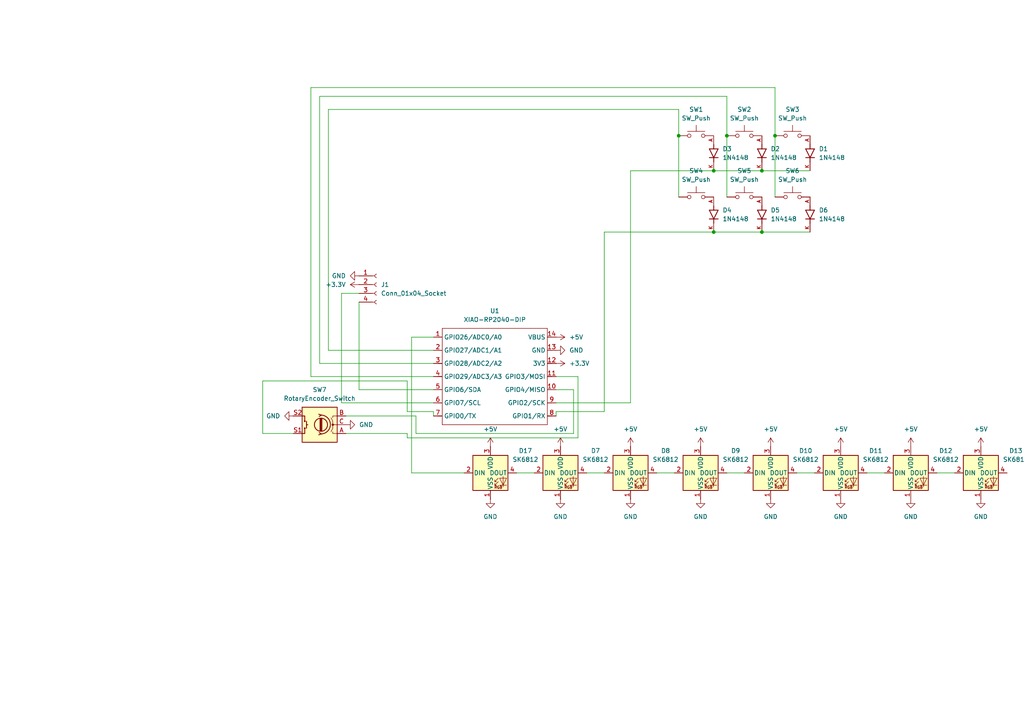
<source format=kicad_sch>
(kicad_sch (version 20250114) (generator "eeschema") (generator_version "9.0")
  (paper "A4")
  (lib_symbols
    (symbol "1N4148:1N4148" (pin_names (offset 1.016))
      (property "Reference" "D" (at -5.08 2.54 0))
      (property "Value" "1N4148" (at -5.08 -3.81 0))
      (symbol "1N4148_0_0"
        (polyline (pts (xy -2.54 0) (xy -1.27 0)) (stroke (width 0.254)))
        (polyline (pts (xy -1.27 1.27) (xy -1.27 0)) (stroke (width 0.254)))
        (polyline (pts (xy -1.27 0) (xy -1.27 -1.27)) (stroke (width 0.254)))
        (polyline (pts (xy -1.27 -1.27) (xy 1.27 0)) (stroke (width 0.254)))
        (polyline (pts (xy 1.27 1.27) (xy 1.27 0)) (stroke (width 0.254)))
        (polyline (pts (xy 1.27 0) (xy -1.27 1.27)) (stroke (width 0.254)))
        (polyline (pts (xy 1.27 0) (xy 1.27 -1.27)) (stroke (width 0.254)))
        (polyline (pts (xy 1.27 0) (xy 2.54 0)) (stroke (width 0.254)))
        (pin passive line (at -5.08 0 0) (length 2.54) (name "~") (number "A"))
        (pin passive line (at 5.08 0 180) (length 2.54) (name "~") (number "K"))
      )
    )
    (symbol "Connector:Conn_01x04_Socket" (pin_names (offset 1.016) (hide yes))
      (property "Reference" "J" (at 0 5.08 0))
      (property "Value" "Conn_01x04_Socket" (at 0 -7.62 0))
      (symbol "Conn_01x04_Socket_1_1"
        (polyline (pts (xy -1.27 2.54) (xy -0.508 2.54)) (stroke (width 0.1524)))
        (polyline (pts (xy -1.27 0) (xy -0.508 0)) (stroke (width 0.1524)))
        (polyline (pts (xy -1.27 -2.54) (xy -0.508 -2.54)) (stroke (width 0.1524)))
        (polyline (pts (xy -1.27 -5.08) (xy -0.508 -5.08)) (stroke (width 0.1524)))
        (arc (start 0 2.032) (mid -0.5058 2.54) (end 0 3.048) (stroke (width 0.1524)))
        (arc (start 0 -0.508) (mid -0.5058 0) (end 0 0.508) (stroke (width 0.1524)))
        (arc (start 0 -3.048) (mid -0.5058 -2.54) (end 0 -2.032) (stroke (width 0.1524)))
        (arc (start 0 -5.588) (mid -0.5058 -5.08) (end 0 -4.572) (stroke (width 0.1524)))
        (pin passive line (at -5.08 2.54 0) (length 3.81) (name "Pin_1") (number "1"))
        (pin passive line (at -5.08 0 0) (length 3.81) (name "Pin_2") (number "2"))
        (pin passive line (at -5.08 -2.54 0) (length 3.81) (name "Pin_3") (number "3"))
        (pin passive line (at -5.08 -5.08 0) (length 3.81) (name "Pin_4") (number "4"))
      )
    )
    (symbol "Device:RotaryEncoder_Switch" (pin_names (offset 0.254) (hide yes))
      (property "Reference" "SW" (at 0 6.604 0))
      (property "Value" "RotaryEncoder_Switch" (at 0 -6.604 0))
      (symbol "RotaryEncoder_Switch_0_1"
        (rectangle (start -5.08 5.08) (end 5.08 -5.08) (stroke (width 0.254)) (fill (type background)))
        (polyline (pts (xy -5.08 2.54) (xy -3.81 2.54) (xy -3.81 2.032)))
        (polyline (pts (xy -5.08 0) (xy -3.81 0) (xy -3.81 -1.016) (xy -3.302 -2.032)))
        (polyline (pts (xy -5.08 -2.54) (xy -3.81 -2.54) (xy -3.81 -2.032)))
        (polyline (pts (xy -4.318 0) (xy -3.81 0) (xy -3.81 1.016) (xy -3.302 2.032)))
        (circle (center -3.81 0) (radius 0.254) (fill (type outline)))
        (polyline (pts (xy -0.635 -1.778) (xy -0.635 1.778)) (stroke (width 0.254)))
        (circle (center -0.381 0) (radius 1.905) (stroke (width 0.254)))
        (polyline (pts (xy -0.381 -1.778) (xy -0.381 1.778)) (stroke (width 0.254)))
        (arc (start -0.381 -2.794) (mid -3.0988 -0.0635) (end -0.381 2.667) (stroke (width 0.254)))
        (polyline (pts (xy -0.127 1.778) (xy -0.127 -1.778)) (stroke (width 0.254)))
        (polyline (pts (xy 0.254 2.921) (xy -0.508 2.667) (xy 0.127 2.286)) (stroke (width 0.254)))
        (polyline (pts (xy 0.254 -3.048) (xy -0.508 -2.794) (xy 0.127 -2.413)) (stroke (width 0.254)))
        (polyline (pts (xy 3.81 1.016) (xy 3.81 -1.016)) (stroke (width 0.254)))
        (polyline (pts (xy 3.81 0) (xy 3.429 0)) (stroke (width 0.254)))
        (circle (center 4.318 1.016) (radius 0.127) (stroke (width 0.254)))
        (circle (center 4.318 -1.016) (radius 0.127) (stroke (width 0.254)))
        (polyline (pts (xy 5.08 2.54) (xy 4.318 2.54) (xy 4.318 1.016)) (stroke (width 0.254)))
        (polyline (pts (xy 5.08 -2.54) (xy 4.318 -2.54) (xy 4.318 -1.016)) (stroke (width 0.254)))
      )
      (symbol "RotaryEncoder_Switch_1_1"
        (pin passive line (at -7.62 2.54 0) (length 2.54) (name "A") (number "A"))
        (pin passive line (at -7.62 0 0) (length 2.54) (name "C") (number "C"))
        (pin passive line (at -7.62 -2.54 0) (length 2.54) (name "B") (number "B"))
        (pin passive line (at 7.62 2.54 180) (length 2.54) (name "S1") (number "S1"))
        (pin passive line (at 7.62 -2.54 180) (length 2.54) (name "S2") (number "S2"))
      )
    )
    (symbol "LED:SK6812" (pin_names (offset 0.254))
      (property "Reference" "D" (at 5.08 5.715 0))
      (property "Value" "SK6812" (at 1.27 -5.715 0))
      (symbol "SK6812_0_0"
        (text "RGB" (at 2.286 -4.191 0) (effects (font (size 0.762 0.762))))
      )
      (symbol "SK6812_0_1"
        (polyline (pts (xy 1.27 -2.54) (xy 1.778 -2.54)))
        (polyline (pts (xy 1.27 -3.556) (xy 1.778 -3.556)))
        (polyline (pts (xy 2.286 -1.524) (xy 1.27 -2.54) (xy 1.27 -2.032)))
        (polyline (pts (xy 2.286 -2.54) (xy 1.27 -3.556) (xy 1.27 -3.048)))
        (polyline (pts (xy 3.683 -1.016) (xy 3.683 -3.556) (xy 3.683 -4.064)))
        (polyline (pts (xy 4.699 -1.524) (xy 2.667 -1.524) (xy 3.683 -3.556) (xy 4.699 -1.524)))
        (polyline (pts (xy 4.699 -3.556) (xy 2.667 -3.556)))
        (rectangle (start 5.08 5.08) (end -5.08 -5.08) (stroke (width 0.254)) (fill (type background)))
      )
      (symbol "SK6812_1_1"
        (pin input line (at -7.62 0 0) (length 2.54) (name "DIN") (number "2"))
        (pin power_in line (at 0 7.62 270) (length 2.54) (name "VDD") (number "3"))
        (pin power_in line (at 0 -7.62 90) (length 2.54) (name "VSS") (number "1"))
        (pin output line (at 7.62 0 180) (length 2.54) (name "DOUT") (number "4"))
      )
    )
    (symbol "OPL:XIAO-RP2040-DIP"
      (property "Reference" "U" (at 0 0 0))
      (property "Value" "XIAO-RP2040-DIP" (at 5.334 -1.778 0))
      (symbol "XIAO-RP2040-DIP_1_0"
        (polyline (pts (xy -1.27 -2.54) (xy 29.21 -2.54)) (stroke (width 0.1524)))
        (polyline (pts (xy -1.27 -5.08) (xy -2.54 -5.08)) (stroke (width 0.1524)))
        (polyline (pts (xy -1.27 -5.08) (xy -1.27 -2.54)) (stroke (width 0.1524)))
        (polyline (pts (xy -1.27 -8.89) (xy -2.54 -8.89)) (stroke (width 0.1524)))
        (polyline (pts (xy -1.27 -8.89) (xy -1.27 -5.08)) (stroke (width 0.1524)))
        (polyline (pts (xy -1.27 -12.7) (xy -2.54 -12.7)) (stroke (width 0.1524)))
        (polyline (pts (xy -1.27 -12.7) (xy -1.27 -8.89)) (stroke (width 0.1524)))
        (polyline (pts (xy -1.27 -16.51) (xy -2.54 -16.51)) (stroke (width 0.1524)))
        (polyline (pts (xy -1.27 -16.51) (xy -1.27 -12.7)) (stroke (width 0.1524)))
        (polyline (pts (xy -1.27 -20.32) (xy -2.54 -20.32)) (stroke (width 0.1524)))
        (polyline (pts (xy -1.27 -24.13) (xy -2.54 -24.13)) (stroke (width 0.1524)))
        (polyline (pts (xy -1.27 -27.94) (xy -2.54 -27.94)) (stroke (width 0.1524)))
        (polyline (pts (xy -1.27 -30.48) (xy -1.27 -16.51)) (stroke (width 0.1524)))
        (polyline (pts (xy 29.21 -2.54) (xy 29.21 -5.08)) (stroke (width 0.1524)))
        (polyline (pts (xy 29.21 -5.08) (xy 29.21 -8.89)) (stroke (width 0.1524)))
        (polyline (pts (xy 29.21 -8.89) (xy 29.21 -12.7)) (stroke (width 0.1524)))
        (polyline (pts (xy 29.21 -12.7) (xy 29.21 -30.48)) (stroke (width 0.1524)))
        (polyline (pts (xy 29.21 -30.48) (xy -1.27 -30.48)) (stroke (width 0.1524)))
        (polyline (pts (xy 30.48 -5.08) (xy 29.21 -5.08)) (stroke (width 0.1524)))
        (polyline (pts (xy 30.48 -8.89) (xy 29.21 -8.89)) (stroke (width 0.1524)))
        (polyline (pts (xy 30.48 -12.7) (xy 29.21 -12.7)) (stroke (width 0.1524)))
        (polyline (pts (xy 30.48 -16.51) (xy 29.21 -16.51)) (stroke (width 0.1524)))
        (polyline (pts (xy 30.48 -20.32) (xy 29.21 -20.32)) (stroke (width 0.1524)))
        (polyline (pts (xy 30.48 -24.13) (xy 29.21 -24.13)) (stroke (width 0.1524)))
        (polyline (pts (xy 30.48 -27.94) (xy 29.21 -27.94)) (stroke (width 0.1524)))
        (pin passive line (at -3.81 -5.08 0) (length 2.54) (name "GPIO26/ADC0/A0") (number "1"))
        (pin passive line (at -3.81 -8.89 0) (length 2.54) (name "GPIO27/ADC1/A1") (number "2"))
        (pin passive line (at -3.81 -12.7 0) (length 2.54) (name "GPIO28/ADC2/A2") (number "3"))
        (pin passive line (at -3.81 -16.51 0) (length 2.54) (name "GPIO29/ADC3/A3") (number "4"))
        (pin passive line (at -3.81 -20.32 0) (length 2.54) (name "GPIO6/SDA") (number "5"))
        (pin passive line (at -3.81 -24.13 0) (length 2.54) (name "GPIO7/SCL") (number "6"))
        (pin passive line (at -3.81 -27.94 0) (length 2.54) (name "GPIO0/TX") (number "7"))
        (pin passive line (at 31.75 -5.08 180) (length 2.54) (name "VBUS") (number "14"))
        (pin passive line (at 31.75 -8.89 180) (length 2.54) (name "GND") (number "13"))
        (pin passive line (at 31.75 -12.7 180) (length 2.54) (name "3V3") (number "12"))
        (pin passive line (at 31.75 -16.51 180) (length 2.54) (name "GPIO3/MOSI") (number "11"))
        (pin passive line (at 31.75 -20.32 180) (length 2.54) (name "GPIO4/MISO") (number "10"))
        (pin passive line (at 31.75 -24.13 180) (length 2.54) (name "GPIO2/SCK") (number "9"))
        (pin passive line (at 31.75 -27.94 180) (length 2.54) (name "GPIO1/RX") (number "8"))
      )
    )
    (symbol "Switch:SW_Push" (pin_numbers (hide yes)) (pin_names (offset 1.016) (hide yes))
      (property "Reference" "SW" (at 1.27 2.54 0))
      (property "Value" "SW_Push" (at 0 -1.524 0))
      (symbol "SW_Push_0_1"
        (circle (center -2.032 0) (radius 0.508))
        (polyline (pts (xy 0 1.27) (xy 0 3.048)))
        (circle (center 2.032 0) (radius 0.508))
        (polyline (pts (xy 2.54 1.27) (xy -2.54 1.27)))
        (pin passive line (at -5.08 0 0) (length 2.54) (name "1") (number "1"))
        (pin passive line (at 5.08 0 180) (length 2.54) (name "2") (number "2"))
      )
    )
    (symbol "power:+3.3V" (power) (pin_numbers (hide yes)) (pin_names (offset 0) (hide yes))
      (property "Value" "+3.3V" (at 0 3.556 0))
      (symbol "+3.3V_0_1"
        (polyline (pts (xy -0.762 1.27) (xy 0 2.54)))
        (polyline (pts (xy 0 2.54) (xy 0.762 1.27)))
        (polyline (pts (xy 0 0) (xy 0 2.54)))
      )
      (symbol "+3.3V_1_1"
        (pin power_in line (at 0 0 90) (length 0) (name "~") (number "1"))
      )
    )
    (symbol "power:+5V" (power) (pin_numbers (hide yes)) (pin_names (offset 0) (hide yes))
      (property "Value" "+5V" (at 0 3.556 0))
      (symbol "+5V_0_1"
        (polyline (pts (xy -0.762 1.27) (xy 0 2.54)))
        (polyline (pts (xy 0 2.54) (xy 0.762 1.27)))
        (polyline (pts (xy 0 0) (xy 0 2.54)))
      )
      (symbol "+5V_1_1"
        (pin power_in line (at 0 0 90) (length 0) (name "~") (number "1"))
      )
    )
    (symbol "power:GND" (power) (pin_numbers (hide yes)) (pin_names (offset 0) (hide yes))
      (property "Value" "GND" (at 0 -3.81 0))
      (symbol "GND_0_1"
        (polyline (pts (xy 0 0) (xy 0 -1.27) (xy 1.27 -1.27) (xy 0 -2.54) (xy -1.27 -1.27) (xy 0 -1.27)))
      )
      (symbol "GND_1_1"
        (pin power_in line (at 0 0 270) (length 0) (name "~") (number "1"))
      )
    )
  )
  (junction (at 210.82 39.37))
  (junction (at 196.85 39.37))
  (junction (at 207.01 49.53))
  (junction (at 207.01 67.31))
  (junction (at 224.79 39.37))
  (junction (at 220.98 49.53))
  (junction (at 220.98 67.31))
  (wire (pts (xy 92.71 105.41) (xy 125.73 105.41)))
  (wire (pts (xy 125.73 119.38) (xy 125.73 120.65)))
  (wire (pts (xy 207.01 67.31) (xy 220.98 67.31)))
  (wire (pts (xy 104.14 113.03) (xy 125.73 113.03)))
  (wire (pts (xy 118.11 119.38) (xy 125.73 119.38)))
  (wire (pts (xy 207.01 49.53) (xy 220.98 49.53)))
  (wire (pts (xy 100.33 125.73) (xy 118.11 125.73)))
  (wire (pts (xy 224.79 39.37) (xy 224.79 57.15)))
  (wire (pts (xy 167.64 127) (xy 167.64 109.22)))
  (wire (pts (xy 120.65 125.73) (xy 166.37 125.73)))
  (wire (pts (xy 210.82 39.37) (xy 210.82 57.15)))
  (wire (pts (xy 170.18 137.16) (xy 175.26 137.16)))
  (wire (pts (xy 220.98 49.53) (xy 234.95 49.53)))
  (wire (pts (xy 166.37 125.73) (xy 166.37 113.03)))
  (wire (pts (xy 76.2 110.49) (xy 118.11 110.49)))
  (wire (pts (xy 99.06 85.09) (xy 99.06 116.84)))
  (wire (pts (xy 118.11 125.73) (xy 118.11 127)))
  (wire (pts (xy 90.17 25.4) (xy 90.17 109.22)))
  (wire (pts (xy 175.26 119.38) (xy 161.29 119.38)))
  (wire (pts (xy 119.38 137.16) (xy 119.38 97.79)))
  (wire (pts (xy 166.37 113.03) (xy 161.29 113.03)))
  (wire (pts (xy 76.2 125.73) (xy 76.2 110.49)))
  (wire (pts (xy 224.79 25.4) (xy 224.79 39.37)))
  (wire (pts (xy 95.25 101.6) (xy 125.73 101.6)))
  (wire (pts (xy 90.17 109.22) (xy 125.73 109.22)))
  (wire (pts (xy 196.85 39.37) (xy 196.85 31.75)))
  (wire (pts (xy 119.38 97.79) (xy 125.73 97.79)))
  (wire (pts (xy 271.78 137.16) (xy 276.86 137.16)))
  (wire (pts (xy 92.71 27.94) (xy 92.71 105.41)))
  (wire (pts (xy 182.88 49.53) (xy 207.01 49.53)))
  (wire (pts (xy 182.88 116.84) (xy 161.29 116.84)))
  (wire (pts (xy 149.86 137.16) (xy 154.94 137.16)))
  (wire (pts (xy 95.25 31.75) (xy 95.25 101.6)))
  (wire (pts (xy 182.88 49.53) (xy 182.88 116.84)))
  (wire (pts (xy 118.11 127) (xy 167.64 127)))
  (wire (pts (xy 134.62 137.16) (xy 119.38 137.16)))
  (wire (pts (xy 118.11 110.49) (xy 118.11 119.38)))
  (wire (pts (xy 100.33 120.65) (xy 120.65 120.65)))
  (wire (pts (xy 220.98 67.31) (xy 234.95 67.31)))
  (wire (pts (xy 175.26 67.31) (xy 175.26 119.38)))
  (wire (pts (xy 120.65 120.65) (xy 120.65 125.73)))
  (wire (pts (xy 104.14 87.63) (xy 104.14 113.03)))
  (wire (pts (xy 210.82 27.94) (xy 92.71 27.94)))
  (wire (pts (xy 190.5 137.16) (xy 195.58 137.16)))
  (wire (pts (xy 161.29 119.38) (xy 161.29 120.65)))
  (wire (pts (xy 231.14 137.16) (xy 236.22 137.16)))
  (wire (pts (xy 196.85 31.75) (xy 95.25 31.75)))
  (wire (pts (xy 196.85 39.37) (xy 196.85 57.15)))
  (wire (pts (xy 99.06 116.84) (xy 125.73 116.84)))
  (wire (pts (xy 210.82 137.16) (xy 215.9 137.16)))
  (wire (pts (xy 251.46 137.16) (xy 256.54 137.16)))
  (wire (pts (xy 104.14 85.09) (xy 99.06 85.09)))
  (wire (pts (xy 85.09 125.73) (xy 76.2 125.73)))
  (wire (pts (xy 175.26 67.31) (xy 207.01 67.31)))
  (wire (pts (xy 167.64 109.22) (xy 161.29 109.22)))
  (wire (pts (xy 210.82 39.37) (xy 210.82 27.94)))
  (wire (pts (xy 224.79 25.4) (xy 90.17 25.4)))
  (symbol (lib_id "Device:RotaryEncoder_Switch") (at 92.71 123.19 180) (unit 1)
    (property "Reference" "SW7" (at 92.71 113.03 0))
    (property "Value" "RotaryEncoder_Switch" (at 92.71 115.57 0))
    (property "Footprint" "Rotary Encoder:RotaryEncoder_Alps_EC11E-Switch_Vertical_H20mm_CircularMountingHoles" (effects (hide yes)))
    (property "Description" "Rotary encoder, dual channel, incremental quadrate outputs, with switch" (effects (hide yes)))
  )
  (symbol (lib_id "LED:SK6812") (at 264.16 137.16 0) (unit 1)
    (property "Reference" "D12" (at 274.32 130.7398 0))
    (property "Value" "SK6812" (at 274.32 133.2798 0))
    (property "Footprint" "LED_SMD:LED_SK6812_PLCC4_5.0x5.0mm_P3.2mm" (effects (hide yes)))
    (property "Datasheet" "https://cdn-shop.adafruit.com/product-files/1138/SK6812+LED+datasheet+.pdf" (effects (hide yes)))
    (property "Description" "RGB LED with integrated controller" (effects (hide yes)))
  )
  (symbol (lib_id "LED:SK6812") (at 142.24 137.16 0) (unit 1)
    (property "Reference" "D17" (at 152.4 130.7398 0))
    (property "Value" "SK6812" (at 152.4 133.2798 0))
    (property "Footprint" "LED_SMD:LED_SK6812_PLCC4_5.0x5.0mm_P3.2mm" (effects (hide yes)))
    (property "Datasheet" "https://cdn-shop.adafruit.com/product-files/1138/SK6812+LED+datasheet+.pdf" (effects (hide yes)))
    (property "Description" "RGB LED with integrated controller" (effects (hide yes)))
  )
  (symbol (lib_id "power:GND") (at 264.16 144.78 0) (unit 1)
    (property "Reference" "#PWR021" (effects (hide yes)))
    (property "Value" "GND" (at 264.16 149.86 0))
    (property "Description" "Power symbol creates a global label with name \"GND\" , ground" (effects (hide yes)))
  )
  (symbol (lib_id "1N4148:1N4148") (at 207.01 44.45 270) (unit 1)
    (property "Reference" "D3" (at 209.55 43.1799 90) (effects (justify left)))
    (property "Value" "1N4148" (at 209.55 45.7199 90) (effects (justify left)))
    (property "Footprint" "1N4148:DIOAD753W49L380D172B" (effects (hide yes)))
    (property "DigiKey_Part_Number" "1N4148FS-ND" (effects (hide yes)))
    (property "SnapEDA_Link" "https://www.snapeda.com/parts/1N4148/Onsemi/view-part/?ref=snap" (effects (hide yes)))
    (property "MAXIMUM_PACKAGE_HEIGHT" "1.91mm" (effects (hide yes)))
    (property "Package" "AXIAL LEAD-2 ON Semiconductor" (effects (hide yes)))
    (property "Check_prices" "https://www.snapeda.com/parts/1N4148/Onsemi/view-part/?ref=eda" (effects (hide yes)))
    (property "STANDARD" "IPC-7351B" (effects (hide yes)))
    (property "PARTREV" "5" (effects (hide yes)))
    (property "MF" "onsemi" (effects (hide yes)))
    (property "MP" "1N4148" (effects (hide yes)))
    (property "Description_1" "Diode Standard 75V 200mA Surface Mount SOD-523F" (effects (hide yes)))
    (property "MANUFACTURER" "Onsemi" (effects (hide yes)))
  )
  (symbol (lib_id "Switch:SW_Push") (at 201.93 39.37 0) (unit 1)
    (property "Reference" "SW1" (at 201.93 31.75 0))
    (property "Value" "SW_Push" (at 201.93 34.29 0))
    (property "Footprint" "Button_Switch_Keyboard:SW_Cherry_MX_1.00u_PCB" (effects (hide yes)))
    (property "Description" "Push button switch, generic, two pins" (effects (hide yes)))
  )
  (symbol (lib_id "power:GND") (at 142.24 144.78 0) (unit 1)
    (property "Reference" "#PWR03" (effects (hide yes)))
    (property "Value" "GND" (at 142.24 149.86 0))
    (property "Description" "Power symbol creates a global label with name \"GND\" , ground" (effects (hide yes)))
  )
  (symbol (lib_id "power:+5V") (at 203.2 129.54 0) (unit 1)
    (property "Reference" "#PWR012" (effects (hide yes)))
    (property "Value" "+5V" (at 203.2 124.46 0))
    (property "Description" "Power symbol creates a global label with name \"+5V\"" (effects (hide yes)))
  )
  (symbol (lib_id "power:+5V") (at 182.88 129.54 0) (unit 1)
    (property "Reference" "#PWR09" (effects (hide yes)))
    (property "Value" "+5V" (at 182.88 124.46 0))
    (property "Description" "Power symbol creates a global label with name \"+5V\"" (effects (hide yes)))
  )
  (symbol (lib_id "LED:SK6812") (at 203.2 137.16 0) (unit 1)
    (property "Reference" "D9" (at 213.36 130.7398 0))
    (property "Value" "SK6812" (at 213.36 133.2798 0))
    (property "Footprint" "LED_SMD:LED_SK6812_PLCC4_5.0x5.0mm_P3.2mm" (effects (hide yes)))
    (property "Datasheet" "https://cdn-shop.adafruit.com/product-files/1138/SK6812+LED+datasheet+.pdf" (effects (hide yes)))
    (property "Description" "RGB LED with integrated controller" (effects (hide yes)))
  )
  (symbol (lib_id "Switch:SW_Push") (at 229.87 57.15 0) (unit 1)
    (property "Reference" "SW6" (at 229.87 49.53 0))
    (property "Value" "SW_Push" (at 229.87 52.07 0))
    (property "Footprint" "Button_Switch_Keyboard:SW_Cherry_MX_1.00u_PCB" (effects (hide yes)))
    (property "Description" "Push button switch, generic, two pins" (effects (hide yes)))
  )
  (symbol (lib_id "power:GND") (at 100.33 123.19 90) (unit 1)
    (property "Reference" "#PWR07" (effects (hide yes)))
    (property "Value" "GND" (at 104.14 123.1899 90) (effects (justify right)))
    (property "Description" "Power symbol creates a global label with name \"GND\" , ground" (effects (hide yes)))
  )
  (symbol (lib_id "Switch:SW_Push") (at 201.93 57.15 0) (unit 1)
    (property "Reference" "SW4" (at 201.93 49.53 0))
    (property "Value" "SW_Push" (at 201.93 52.07 0))
    (property "Footprint" "Button_Switch_Keyboard:SW_Cherry_MX_1.00u_PCB" (effects (hide yes)))
    (property "Description" "Push button switch, generic, two pins" (effects (hide yes)))
  )
  (symbol (lib_id "Switch:SW_Push") (at 215.9 39.37 0) (unit 1)
    (property "Reference" "SW2" (at 215.9 31.75 0))
    (property "Value" "SW_Push" (at 215.9 34.29 0))
    (property "Footprint" "Button_Switch_Keyboard:SW_Cherry_MX_1.00u_PCB" (effects (hide yes)))
    (property "Description" "Push button switch, generic, two pins" (effects (hide yes)))
  )
  (symbol (lib_id "power:+5V") (at 264.16 129.54 0) (unit 1)
    (property "Reference" "#PWR020" (effects (hide yes)))
    (property "Value" "+5V" (at 264.16 124.46 0))
    (property "Description" "Power symbol creates a global label with name \"+5V\"" (effects (hide yes)))
  )
  (symbol (lib_id "1N4148:1N4148") (at 234.95 44.45 270) (unit 1)
    (property "Reference" "D1" (at 237.49 43.1799 90) (effects (justify left)))
    (property "Value" "1N4148" (at 237.49 45.7199 90) (effects (justify left)))
    (property "Footprint" "1N4148:DIOAD753W49L380D172B" (effects (hide yes)))
    (property "DigiKey_Part_Number" "1N4148FS-ND" (effects (hide yes)))
    (property "SnapEDA_Link" "https://www.snapeda.com/parts/1N4148/Onsemi/view-part/?ref=snap" (effects (hide yes)))
    (property "MAXIMUM_PACKAGE_HEIGHT" "1.91mm" (effects (hide yes)))
    (property "Package" "AXIAL LEAD-2 ON Semiconductor" (effects (hide yes)))
    (property "Check_prices" "https://www.snapeda.com/parts/1N4148/Onsemi/view-part/?ref=eda" (effects (hide yes)))
    (property "STANDARD" "IPC-7351B" (effects (hide yes)))
    (property "PARTREV" "5" (effects (hide yes)))
    (property "MF" "onsemi" (effects (hide yes)))
    (property "MP" "1N4148" (effects (hide yes)))
    (property "Description_1" "Diode Standard 75V 200mA Surface Mount SOD-523F" (effects (hide yes)))
    (property "MANUFACTURER" "Onsemi" (effects (hide yes)))
  )
  (symbol (lib_id "power:+5V") (at 243.84 129.54 0) (unit 1)
    (property "Reference" "#PWR016" (effects (hide yes)))
    (property "Value" "+5V" (at 243.84 124.46 0))
    (property "Description" "Power symbol creates a global label with name \"+5V\"" (effects (hide yes)))
  )
  (symbol (lib_id "power:+5V") (at 162.56 129.54 0) (unit 1)
    (property "Reference" "#PWR05" (effects (hide yes)))
    (property "Value" "+5V" (at 162.56 124.46 0))
    (property "Description" "Power symbol creates a global label with name \"+5V\"" (effects (hide yes)))
  )
  (symbol (lib_id "power:GND") (at 203.2 144.78 0) (unit 1)
    (property "Reference" "#PWR013" (effects (hide yes)))
    (property "Value" "GND" (at 203.2 149.86 0))
    (property "Description" "Power symbol creates a global label with name \"GND\" , ground" (effects (hide yes)))
  )
  (symbol (lib_id "LED:SK6812") (at 182.88 137.16 0) (unit 1)
    (property "Reference" "D8" (at 193.04 130.7398 0))
    (property "Value" "SK6812" (at 193.04 133.2798 0))
    (property "Footprint" "LED_SMD:LED_SK6812_PLCC4_5.0x5.0mm_P3.2mm" (effects (hide yes)))
    (property "Datasheet" "https://cdn-shop.adafruit.com/product-files/1138/SK6812+LED+datasheet+.pdf" (effects (hide yes)))
    (property "Description" "RGB LED with integrated controller" (effects (hide yes)))
  )
  (symbol (lib_id "power:+5V") (at 142.24 129.54 0) (unit 1)
    (property "Reference" "#PWR04" (effects (hide yes)))
    (property "Value" "+5V" (at 142.24 124.46 0))
    (property "Description" "Power symbol creates a global label with name \"+5V\"" (effects (hide yes)))
  )
  (symbol (lib_id "1N4148:1N4148") (at 234.95 62.23 270) (unit 1)
    (property "Reference" "D6" (at 237.49 60.9599 90) (effects (justify left)))
    (property "Value" "1N4148" (at 237.49 63.4999 90) (effects (justify left)))
    (property "Footprint" "1N4148:DIOAD753W49L380D172B" (effects (hide yes)))
    (property "DigiKey_Part_Number" "1N4148FS-ND" (effects (hide yes)))
    (property "SnapEDA_Link" "https://www.snapeda.com/parts/1N4148/Onsemi/view-part/?ref=snap" (effects (hide yes)))
    (property "MAXIMUM_PACKAGE_HEIGHT" "1.91mm" (effects (hide yes)))
    (property "Package" "AXIAL LEAD-2 ON Semiconductor" (effects (hide yes)))
    (property "Check_prices" "https://www.snapeda.com/parts/1N4148/Onsemi/view-part/?ref=eda" (effects (hide yes)))
    (property "STANDARD" "IPC-7351B" (effects (hide yes)))
    (property "PARTREV" "5" (effects (hide yes)))
    (property "MF" "onsemi" (effects (hide yes)))
    (property "MP" "1N4148" (effects (hide yes)))
    (property "Description_1" "Diode Standard 75V 200mA Surface Mount SOD-523F" (effects (hide yes)))
    (property "MANUFACTURER" "Onsemi" (effects (hide yes)))
  )
  (symbol (lib_id "power:+3.3V") (at 161.29 105.41 270) (unit 1)
    (property "Reference" "#PWR010" (effects (hide yes)))
    (property "Value" "+3.3V" (at 165.1 105.4099 90) (effects (justify left)))
    (property "Description" "Power symbol creates a global label with name \"+3.3V\"" (effects (hide yes)))
  )
  (symbol (lib_id "power:GND") (at 223.52 144.78 0) (unit 1)
    (property "Reference" "#PWR015" (effects (hide yes)))
    (property "Value" "GND" (at 223.52 149.86 0))
    (property "Description" "Power symbol creates a global label with name \"GND\" , ground" (effects (hide yes)))
  )
  (symbol (lib_id "1N4148:1N4148") (at 207.01 62.23 270) (unit 1)
    (property "Reference" "D4" (at 209.55 60.9599 90) (effects (justify left)))
    (property "Value" "1N4148" (at 209.55 63.4999 90) (effects (justify left)))
    (property "Footprint" "1N4148:DIOAD753W49L380D172B" (effects (hide yes)))
    (property "DigiKey_Part_Number" "1N4148FS-ND" (effects (hide yes)))
    (property "SnapEDA_Link" "https://www.snapeda.com/parts/1N4148/Onsemi/view-part/?ref=snap" (effects (hide yes)))
    (property "MAXIMUM_PACKAGE_HEIGHT" "1.91mm" (effects (hide yes)))
    (property "Package" "AXIAL LEAD-2 ON Semiconductor" (effects (hide yes)))
    (property "Check_prices" "https://www.snapeda.com/parts/1N4148/Onsemi/view-part/?ref=eda" (effects (hide yes)))
    (property "STANDARD" "IPC-7351B" (effects (hide yes)))
    (property "PARTREV" "5" (effects (hide yes)))
    (property "MF" "onsemi" (effects (hide yes)))
    (property "MP" "1N4148" (effects (hide yes)))
    (property "Description_1" "Diode Standard 75V 200mA Surface Mount SOD-523F" (effects (hide yes)))
    (property "MANUFACTURER" "Onsemi" (effects (hide yes)))
  )
  (symbol (lib_id "1N4148:1N4148") (at 220.98 62.23 270) (unit 1)
    (property "Reference" "D5" (at 223.52 60.9599 90) (effects (justify left)))
    (property "Value" "1N4148" (at 223.52 63.4999 90) (effects (justify left)))
    (property "Footprint" "1N4148:DIOAD753W49L380D172B" (effects (hide yes)))
    (property "DigiKey_Part_Number" "1N4148FS-ND" (effects (hide yes)))
    (property "SnapEDA_Link" "https://www.snapeda.com/parts/1N4148/Onsemi/view-part/?ref=snap" (effects (hide yes)))
    (property "MAXIMUM_PACKAGE_HEIGHT" "1.91mm" (effects (hide yes)))
    (property "Package" "AXIAL LEAD-2 ON Semiconductor" (effects (hide yes)))
    (property "Check_prices" "https://www.snapeda.com/parts/1N4148/Onsemi/view-part/?ref=eda" (effects (hide yes)))
    (property "STANDARD" "IPC-7351B" (effects (hide yes)))
    (property "PARTREV" "5" (effects (hide yes)))
    (property "MF" "onsemi" (effects (hide yes)))
    (property "MP" "1N4148" (effects (hide yes)))
    (property "Description_1" "Diode Standard 75V 200mA Surface Mount SOD-523F" (effects (hide yes)))
    (property "MANUFACTURER" "Onsemi" (effects (hide yes)))
  )
  (symbol (lib_id "power:+5V") (at 284.48 129.54 0) (unit 1)
    (property "Reference" "#PWR022" (effects (hide yes)))
    (property "Value" "+5V" (at 284.48 124.46 0))
    (property "Description" "Power symbol creates a global label with name \"+5V\"" (effects (hide yes)))
  )
  (symbol (lib_id "power:GND") (at 162.56 144.78 0) (unit 1)
    (property "Reference" "#PWR06" (effects (hide yes)))
    (property "Value" "GND" (at 162.56 149.86 0))
    (property "Description" "Power symbol creates a global label with name \"GND\" , ground" (effects (hide yes)))
  )
  (symbol (lib_id "Switch:SW_Push") (at 215.9 57.15 0) (unit 1)
    (property "Reference" "SW5" (at 215.9 49.53 0))
    (property "Value" "SW_Push" (at 215.9 52.07 0))
    (property "Footprint" "Button_Switch_Keyboard:SW_Cherry_MX_1.00u_PCB" (effects (hide yes)))
    (property "Description" "Push button switch, generic, two pins" (effects (hide yes)))
  )
  (symbol (lib_id "power:+5V") (at 161.29 97.79 270) (unit 1)
    (property "Reference" "#PWR02" (effects (hide yes)))
    (property "Value" "+5V" (at 165.1 97.7899 90) (effects (justify left)))
    (property "Description" "Power symbol creates a global label with name \"+5V\"" (effects (hide yes)))
  )
  (symbol (lib_id "Connector:Conn_01x04_Socket") (at 109.22 82.55 0) (unit 1)
    (property "Reference" "J1" (at 110.49 82.5499 0) (effects (justify left)))
    (property "Value" "Conn_01x04_Socket" (at 110.49 85.0899 0) (effects (justify left)))
    (property "Footprint" "KiCad-SSD1306-0.91-OLED-4pin-128x32.pretty-master:SSD1306-0.91-OLED-4pin-128x32" (effects (hide yes)))
    (property "Description" "Generic connector, single row, 01x04, script generated" (effects (hide yes)))
  )
  (symbol (lib_id "OPL:XIAO-RP2040-DIP") (at 129.54 92.71 0) (unit 1)
    (property "Reference" "U1" (at 143.51 90.17 0))
    (property "Value" "XIAO-RP2040-DIP" (at 143.51 92.71 0))
    (property "Footprint" "OPL:XIAO-RP2040-DIP" (effects (hide yes)))
  )
  (symbol (lib_id "power:+3.3V") (at 104.14 82.55 90) (unit 1)
    (property "Reference" "#PWR018" (effects (hide yes)))
    (property "Value" "+3.3V" (at 100.33 82.5499 90) (effects (justify left)))
    (property "Description" "Power symbol creates a global label with name \"+3.3V\"" (effects (hide yes)))
  )
  (symbol (lib_id "Switch:SW_Push") (at 229.87 39.37 0) (unit 1)
    (property "Reference" "SW3" (at 229.87 31.75 0))
    (property "Value" "SW_Push" (at 229.87 34.29 0))
    (property "Footprint" "Button_Switch_Keyboard:SW_Cherry_MX_1.00u_PCB" (effects (hide yes)))
    (property "Description" "Push button switch, generic, two pins" (effects (hide yes)))
  )
  (symbol (lib_id "LED:SK6812") (at 284.48 137.16 0) (unit 1)
    (property "Reference" "D13" (at 294.64 130.7398 0))
    (property "Value" "SK6812" (at 294.64 133.2798 0))
    (property "Footprint" "LED_SMD:LED_SK6812_PLCC4_5.0x5.0mm_P3.2mm" (effects (hide yes)))
    (property "Datasheet" "https://cdn-shop.adafruit.com/product-files/1138/SK6812+LED+datasheet+.pdf" (effects (hide yes)))
    (property "Description" "RGB LED with integrated controller" (effects (hide yes)))
  )
  (symbol (lib_id "power:GND") (at 284.48 144.78 0) (unit 1)
    (property "Reference" "#PWR023" (effects (hide yes)))
    (property "Value" "GND" (at 284.48 149.86 0))
    (property "Description" "Power symbol creates a global label with name \"GND\" , ground" (effects (hide yes)))
  )
  (symbol (lib_id "power:GND") (at 161.29 101.6 90) (unit 1)
    (property "Reference" "#PWR01" (effects (hide yes)))
    (property "Value" "GND" (at 165.1 101.5999 90) (effects (justify right)))
    (property "Description" "Power symbol creates a global label with name \"GND\" , ground" (effects (hide yes)))
  )
  (symbol (lib_id "LED:SK6812") (at 162.56 137.16 0) (unit 1)
    (property "Reference" "D7" (at 172.72 130.7398 0))
    (property "Value" "SK6812" (at 172.72 133.2798 0))
    (property "Footprint" "LED_SMD:LED_SK6812_PLCC4_5.0x5.0mm_P3.2mm" (effects (hide yes)))
    (property "Datasheet" "https://cdn-shop.adafruit.com/product-files/1138/SK6812+LED+datasheet+.pdf" (effects (hide yes)))
    (property "Description" "RGB LED with integrated controller" (effects (hide yes)))
  )
  (symbol (lib_id "power:GND") (at 182.88 144.78 0) (unit 1)
    (property "Reference" "#PWR011" (effects (hide yes)))
    (property "Value" "GND" (at 182.88 149.86 0))
    (property "Description" "Power symbol creates a global label with name \"GND\" , ground" (effects (hide yes)))
  )
  (symbol (lib_id "LED:SK6812") (at 243.84 137.16 0) (unit 1)
    (property "Reference" "D11" (at 254 130.7398 0))
    (property "Value" "SK6812" (at 254 133.2798 0))
    (property "Footprint" "LED_SMD:LED_SK6812_PLCC4_5.0x5.0mm_P3.2mm" (effects (hide yes)))
    (property "Datasheet" "https://cdn-shop.adafruit.com/product-files/1138/SK6812+LED+datasheet+.pdf" (effects (hide yes)))
    (property "Description" "RGB LED with integrated controller" (effects (hide yes)))
  )
  (symbol (lib_id "power:GND") (at 243.84 144.78 0) (unit 1)
    (property "Reference" "#PWR017" (effects (hide yes)))
    (property "Value" "GND" (at 243.84 149.86 0))
    (property "Description" "Power symbol creates a global label with name \"GND\" , ground" (effects (hide yes)))
  )
  (symbol (lib_id "power:+5V") (at 223.52 129.54 0) (unit 1)
    (property "Reference" "#PWR014" (effects (hide yes)))
    (property "Value" "+5V" (at 223.52 124.46 0))
    (property "Description" "Power symbol creates a global label with name \"+5V\"" (effects (hide yes)))
  )
  (symbol (lib_id "power:GND") (at 85.09 120.65 270) (unit 1)
    (property "Reference" "#PWR08" (effects (hide yes)))
    (property "Value" "GND" (at 81.28 120.6499 90) (effects (justify right)))
    (property "Description" "Power symbol creates a global label with name \"GND\" , ground" (effects (hide yes)))
  )
  (symbol (lib_id "power:GND") (at 104.14 80.01 270) (unit 1)
    (property "Reference" "#PWR019" (effects (hide yes)))
    (property "Value" "GND" (at 100.33 80.0099 90) (effects (justify right)))
    (property "Description" "Power symbol creates a global label with name \"GND\" , ground" (effects (hide yes)))
  )
  (symbol (lib_id "1N4148:1N4148") (at 220.98 44.45 270) (unit 1)
    (property "Reference" "D2" (at 223.52 43.1799 90) (effects (justify left)))
    (property "Value" "1N4148" (at 223.52 45.7199 90) (effects (justify left)))
    (property "Footprint" "1N4148:DIOAD753W49L380D172B" (effects (hide yes)))
    (property "DigiKey_Part_Number" "1N4148FS-ND" (effects (hide yes)))
    (property "SnapEDA_Link" "https://www.snapeda.com/parts/1N4148/Onsemi/view-part/?ref=snap" (effects (hide yes)))
    (property "MAXIMUM_PACKAGE_HEIGHT" "1.91mm" (effects (hide yes)))
    (property "Package" "AXIAL LEAD-2 ON Semiconductor" (effects (hide yes)))
    (property "Check_prices" "https://www.snapeda.com/parts/1N4148/Onsemi/view-part/?ref=eda" (effects (hide yes)))
    (property "STANDARD" "IPC-7351B" (effects (hide yes)))
    (property "PARTREV" "5" (effects (hide yes)))
    (property "MF" "onsemi" (effects (hide yes)))
    (property "MP" "1N4148" (effects (hide yes)))
    (property "Description_1" "Diode Standard 75V 200mA Surface Mount SOD-523F" (effects (hide yes)))
    (property "MANUFACTURER" "Onsemi" (effects (hide yes)))
  )
  (symbol (lib_id "LED:SK6812") (at 223.52 137.16 0) (unit 1)
    (property "Reference" "D10" (at 233.68 130.7398 0))
    (property "Value" "SK6812" (at 233.68 133.2798 0))
    (property "Footprint" "LED_SMD:LED_SK6812_PLCC4_5.0x5.0mm_P3.2mm" (effects (hide yes)))
    (property "Datasheet" "https://cdn-shop.adafruit.com/product-files/1138/SK6812+LED+datasheet+.pdf" (effects (hide yes)))
    (property "Description" "RGB LED with integrated controller" (effects (hide yes)))
  )
)
</source>
